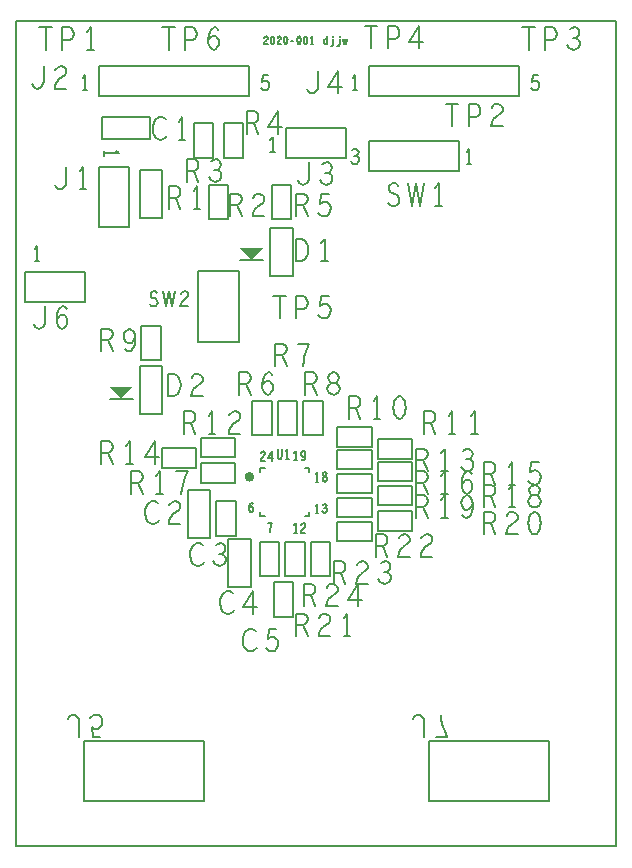
<source format=gto>
G04 ================== begin FILE IDENTIFICATION RECORD ==================*
G04 Layout Name:  touchcontroller.brd*
G04 Film Name:    DJJW_SSTOP*
G04 File Format:  Gerber RS274X*
G04 File Origin:  Cadence Allegro -unreleased*
G04 Origin Date:  Sun Feb 16 15:49:09 2020*
G04 *
G04 Layer:  BOARD GEOMETRY/SILKSCREEN_TOP*
G04 Layer:  REF DES/SILKSCREEN_BOTTOM*
G04 Layer:  PACKAGE GEOMETRY/SILKSCREEN_BOTTOM*
G04 Layer:  PACKAGE GEOMETRY/SILKSCREEN_TOP*
G04 Layer:  REF DES/SILKSCREEN_TOP*
G04 Layer:  BOARD GEOMETRY/DESIGN_OUTLINE*
G04 Layer:  BOARD GEOMETRY/CUTOUT*
G04 *
G04 Offset:    (0.00 0.00)*
G04 Mirror:    No*
G04 Mode:      Positive*
G04 Rotation:  0*
G04 FullContactRelief:  No*
G04 UndefLineWidth:     7.00*
G04 ================== end FILE IDENTIFICATION RECORD ====================*
%FSLAX25Y25*MOIN*%
%IR0*IPPOS*OFA0.00000B0.00000*MIA0B0*SFA1.00000B1.00000*%
%ADD10C,.01575*%
%ADD11C,.005*%
%ADD12C,.007*%
%ADD13C,.006*%
%ADD14C,.008*%
%ADD15C,.00591*%
%ADD16C,.00787*%
G75*
%LPD*%
G75*
G36*
G01X621172Y850680D02*
X628841D01*
X628871Y850710D01*
Y850679D01*
X625083Y846891D01*
X624961D01*
X621172Y850680D01*
G37*
G36*
G01X664572Y896780D02*
X672241D01*
X672271Y896810D01*
Y896779D01*
X668483Y892991D01*
X668361D01*
X664572Y896780D01*
G37*
G54D10*
G01X668531Y820624D02*
G03I-788J0D01*
G54D11*
G01X621200Y846700D02*
X628900D01*
G01X650610Y865689D02*
Y889311D01*
X664390D01*
Y865689D01*
X650610D01*
G01X664600Y892800D02*
X672300D01*
G54D12*
G01X590000Y697500D02*
Y972500D01*
X790000D01*
Y697500D01*
X590000D01*
G01X595933Y871500D02*
X596400Y870750D01*
X596960Y870250D01*
X597613Y870000D01*
X598360Y870250D01*
X598920Y870750D01*
X599480Y871500D01*
X599667Y872500D01*
Y877500D01*
G01X603527Y873125D02*
X604180Y874000D01*
X604740Y874500D01*
X605487Y874750D01*
X606140Y874500D01*
X606607Y874000D01*
X606980Y873250D01*
X607073Y872375D01*
X606980Y871625D01*
X606607Y870875D01*
X606047Y870250D01*
X605393Y870000D01*
X604647Y870250D01*
X603993Y871000D01*
X603620Y872125D01*
X603527Y873375D01*
X603713Y875000D01*
X603993Y875875D01*
X604460Y876750D01*
X605113Y877375D01*
X605767Y877500D01*
X606420Y877250D01*
X606887Y876625D01*
G01X596900Y892500D02*
Y897500D01*
X596140Y896500D01*
G01Y892500D02*
X597660D01*
G01X595433Y951500D02*
X595900Y950750D01*
X596460Y950250D01*
X597113Y950000D01*
X597860Y950250D01*
X598420Y950750D01*
X598980Y951500D01*
X599167Y952500D01*
Y957500D01*
G01X603027Y956250D02*
X603587Y957000D01*
X604240Y957375D01*
X604987Y957500D01*
X605920Y957250D01*
X606573Y956625D01*
X606760Y955875D01*
X606667Y955125D01*
X606293Y954500D01*
X604427Y953250D01*
X603587Y952375D01*
X603027Y951125D01*
X602840Y950000D01*
X606760D01*
G01X599800Y970500D02*
Y963000D01*
G01X597653Y970500D02*
X601947D01*
G01X605433Y963000D02*
Y970500D01*
X607673D01*
X608420Y970125D01*
X608980Y969250D01*
X609167Y968250D01*
X608980Y967250D01*
X608513Y966500D01*
X607673Y966125D01*
X605433D01*
G01X614800Y963000D02*
Y970500D01*
X613680Y969000D01*
G01Y963000D02*
X615920D01*
G01X607323Y739900D02*
X607790Y740650D01*
X608350Y741150D01*
X609003Y741400D01*
X609750Y741150D01*
X610310Y740650D01*
X610870Y739900D01*
X611057Y738900D01*
Y733900D01*
G01X614637Y740275D02*
X615197Y740900D01*
X615850Y741275D01*
X616690Y741400D01*
X617530Y741150D01*
X618183Y740650D01*
X618650Y739775D01*
X618743Y738775D01*
X618557Y737775D01*
X618090Y737150D01*
X617437Y736650D01*
X616783Y736525D01*
X616130Y736650D01*
X615290Y737150D01*
X615570Y733900D01*
X618090D01*
G01X628433Y815000D02*
Y822500D01*
X630767D01*
X631513Y822125D01*
X631980Y821625D01*
X632167Y820625D01*
X631980Y819625D01*
X631420Y819000D01*
X630767Y818625D01*
X628433D01*
G01X630767D02*
X632167Y815000D01*
G01X637800D02*
Y822500D01*
X636680Y821000D01*
G01Y815000D02*
X638920D01*
G01X645113D02*
X645300Y816625D01*
X645580Y818000D01*
X645953Y819250D01*
X646420Y820625D01*
X647167Y822500D01*
X643433D01*
G01X618433Y825000D02*
Y832500D01*
X620767D01*
X621513Y832125D01*
X621980Y831625D01*
X622167Y830625D01*
X621980Y829625D01*
X621420Y829000D01*
X620767Y828625D01*
X618433D01*
G01X620767D02*
X622167Y825000D01*
G01X627800D02*
Y832500D01*
X626680Y831000D01*
G01Y825000D02*
X628920D01*
G01X636420D02*
Y832500D01*
X632967Y827125D01*
X637633D01*
G01X618433Y862500D02*
Y870000D01*
X620767D01*
X621513Y869625D01*
X621980Y869125D01*
X622167Y868125D01*
X621980Y867125D01*
X621420Y866500D01*
X620767Y866125D01*
X618433D01*
G01X620767D02*
X622167Y862500D01*
G01X626213Y863375D02*
X626867Y862750D01*
X627613Y862500D01*
X628360Y862750D01*
X629013Y863500D01*
X629480Y864625D01*
X629667Y865750D01*
Y867125D01*
X629480Y868250D01*
X629013Y869250D01*
X628453Y869750D01*
X627800Y870000D01*
X627053Y869750D01*
X626493Y869250D01*
X626120Y868500D01*
X625933Y867500D01*
X626120Y866625D01*
X626587Y865750D01*
X627147Y865250D01*
X627800Y865125D01*
X628547Y865375D01*
X629107Y866000D01*
X629667Y867125D01*
G01X602933Y918000D02*
X603400Y917250D01*
X603960Y916750D01*
X604613Y916500D01*
X605360Y916750D01*
X605920Y917250D01*
X606480Y918000D01*
X606667Y919000D01*
Y924000D01*
G01X612300Y916500D02*
Y924000D01*
X611180Y922500D01*
G01Y916500D02*
X613420D01*
G01X619440Y928490D02*
X624440D01*
X623440Y929250D01*
G01X619440D02*
Y927730D01*
G01X613010Y949440D02*
Y954440D01*
X612250Y953440D01*
G01Y949440D02*
X613770D01*
G01X662353Y781875D02*
X661793Y782250D01*
X661140Y782500D01*
X660393D01*
X659553Y782125D01*
X658900Y781500D01*
X658433Y780750D01*
X658060Y779500D01*
X657967Y778375D01*
X658153Y777250D01*
X658433Y776500D01*
X658993Y775750D01*
X659647Y775250D01*
X660300Y775000D01*
X660953D01*
X661607Y775250D01*
X662167Y775625D01*
X662633Y776125D01*
G01X668920Y775000D02*
Y782500D01*
X665467Y777125D01*
X670133D01*
G01X637353Y811875D02*
X636793Y812250D01*
X636140Y812500D01*
X635393D01*
X634553Y812125D01*
X633900Y811500D01*
X633433Y810750D01*
X633060Y809500D01*
X632967Y808375D01*
X633153Y807250D01*
X633433Y806500D01*
X633993Y805750D01*
X634647Y805250D01*
X635300Y805000D01*
X635953D01*
X636607Y805250D01*
X637167Y805625D01*
X637633Y806125D01*
G01X641027Y811250D02*
X641587Y812000D01*
X642240Y812375D01*
X642987Y812500D01*
X643920Y812250D01*
X644573Y811625D01*
X644760Y810875D01*
X644667Y810125D01*
X644293Y809500D01*
X642427Y808250D01*
X641587Y807375D01*
X641027Y806125D01*
X640840Y805000D01*
X644760D01*
G01X652353Y797875D02*
X651793Y798250D01*
X651140Y798500D01*
X650393D01*
X649553Y798125D01*
X648900Y797500D01*
X648433Y796750D01*
X648060Y795500D01*
X647967Y794375D01*
X648153Y793250D01*
X648433Y792500D01*
X648993Y791750D01*
X649647Y791250D01*
X650300Y791000D01*
X650953D01*
X651607Y791250D01*
X652167Y791625D01*
X652633Y792125D01*
G01X655747Y792500D02*
X656307Y791625D01*
X657053Y791125D01*
X657893Y791000D01*
X658640Y791125D01*
X659387Y791750D01*
X659853Y792500D01*
X659947Y793250D01*
X659760Y794125D01*
X659107Y794750D01*
X658453Y795000D01*
X657613D01*
G01X658453D02*
X659013Y795375D01*
X659480Y796000D01*
X659667Y796750D01*
X659480Y797500D01*
X659013Y798125D01*
X658173Y798500D01*
X657333Y798375D01*
X656493Y797875D01*
G01X645933Y835000D02*
Y842500D01*
X648267D01*
X649013Y842125D01*
X649480Y841625D01*
X649667Y840625D01*
X649480Y839625D01*
X648920Y839000D01*
X648267Y838625D01*
X645933D01*
G01X648267D02*
X649667Y835000D01*
G01X655300D02*
Y842500D01*
X654180Y841000D01*
G01Y835000D02*
X656420D01*
G01X661027Y841250D02*
X661587Y842000D01*
X662240Y842375D01*
X662987Y842500D01*
X663920Y842250D01*
X664573Y841625D01*
X664760Y840875D01*
X664667Y840125D01*
X664293Y839500D01*
X662427Y838250D01*
X661587Y837375D01*
X661027Y836125D01*
X660840Y835000D01*
X664760D01*
G01X640747Y847500D02*
Y855000D01*
X642613D01*
X643360Y854625D01*
X643920Y854125D01*
X644387Y853375D01*
X644760Y852500D01*
X644853Y851250D01*
X644760Y850000D01*
X644387Y849125D01*
X643920Y848375D01*
X643360Y847875D01*
X642613Y847500D01*
X640747D01*
G01X648527Y853750D02*
X649087Y854500D01*
X649740Y854875D01*
X650487Y855000D01*
X651420Y854750D01*
X652073Y854125D01*
X652260Y853375D01*
X652167Y852625D01*
X651793Y852000D01*
X649927Y850750D01*
X649087Y849875D01*
X648527Y848625D01*
X648340Y847500D01*
X652260D01*
G01X634570Y878167D02*
X635077Y877750D01*
X635647Y877500D01*
X636153D01*
X636660Y877750D01*
X637040Y878167D01*
X637230Y878750D01*
X637103Y879333D01*
X636787Y879833D01*
X636217Y880167D01*
X635457Y880333D01*
X635013Y880667D01*
X634823Y881250D01*
X634950Y881833D01*
X635267Y882250D01*
X635710Y882500D01*
X636153D01*
X636597Y882333D01*
X636977Y881917D01*
G01X639100Y882500D02*
X639987Y877500D01*
X641000Y882500D01*
X642013Y877500D01*
X642900Y882500D01*
G01X644897Y881667D02*
X645277Y882167D01*
X645720Y882417D01*
X646227Y882500D01*
X646860Y882333D01*
X647303Y881917D01*
X647430Y881417D01*
X647367Y880917D01*
X647113Y880500D01*
X645847Y879667D01*
X645277Y879083D01*
X644897Y878250D01*
X644770Y877500D01*
X647430D01*
G01X640933Y910000D02*
Y917500D01*
X643267D01*
X644013Y917125D01*
X644480Y916625D01*
X644667Y915625D01*
X644480Y914625D01*
X643920Y914000D01*
X643267Y913625D01*
X640933D01*
G01X643267D02*
X644667Y910000D01*
G01X650300D02*
Y917500D01*
X649180Y916000D01*
G01Y910000D02*
X651420D01*
G01X646933Y919000D02*
Y926500D01*
X649267D01*
X650013Y926125D01*
X650480Y925625D01*
X650667Y924625D01*
X650480Y923625D01*
X649920Y923000D01*
X649267Y922625D01*
X646933D01*
G01X649267D02*
X650667Y919000D01*
G01X654247Y920500D02*
X654807Y919625D01*
X655553Y919125D01*
X656393Y919000D01*
X657140Y919125D01*
X657887Y919750D01*
X658353Y920500D01*
X658447Y921250D01*
X658260Y922125D01*
X657607Y922750D01*
X656953Y923000D01*
X656113D01*
G01X656953D02*
X657513Y923375D01*
X657980Y924000D01*
X658167Y924750D01*
X657980Y925500D01*
X657513Y926125D01*
X656673Y926500D01*
X655833Y926375D01*
X654993Y925875D01*
G01X639853Y939875D02*
X639293Y940250D01*
X638640Y940500D01*
X637893D01*
X637053Y940125D01*
X636400Y939500D01*
X635933Y938750D01*
X635560Y937500D01*
X635467Y936375D01*
X635653Y935250D01*
X635933Y934500D01*
X636493Y933750D01*
X637147Y933250D01*
X637800Y933000D01*
X638453D01*
X639107Y933250D01*
X639667Y933625D01*
X640133Y934125D01*
G01X645300Y933000D02*
Y940500D01*
X644180Y939000D01*
G01Y933000D02*
X646420D01*
G01X640800Y970500D02*
Y963000D01*
G01X638653Y970500D02*
X642947D01*
G01X646433Y963000D02*
Y970500D01*
X648673D01*
X649420Y970125D01*
X649980Y969250D01*
X650167Y968250D01*
X649980Y967250D01*
X649513Y966500D01*
X648673Y966125D01*
X646433D01*
G01X654027D02*
X654680Y967000D01*
X655240Y967500D01*
X655987Y967750D01*
X656640Y967500D01*
X657107Y967000D01*
X657480Y966250D01*
X657573Y965375D01*
X657480Y964625D01*
X657107Y963875D01*
X656547Y963250D01*
X655893Y963000D01*
X655147Y963250D01*
X654493Y964000D01*
X654120Y965125D01*
X654027Y966375D01*
X654213Y968000D01*
X654493Y968875D01*
X654960Y969750D01*
X655613Y970375D01*
X656267Y970500D01*
X656920Y970250D01*
X657387Y969625D01*
G01X669853Y769375D02*
X669293Y769750D01*
X668640Y770000D01*
X667893D01*
X667053Y769625D01*
X666400Y769000D01*
X665933Y768250D01*
X665560Y767000D01*
X665467Y765875D01*
X665653Y764750D01*
X665933Y764000D01*
X666493Y763250D01*
X667147Y762750D01*
X667800Y762500D01*
X668453D01*
X669107Y762750D01*
X669667Y763125D01*
X670133Y763625D01*
G01X673247D02*
X673807Y763000D01*
X674460Y762625D01*
X675300Y762500D01*
X676140Y762750D01*
X676793Y763250D01*
X677260Y764125D01*
X677353Y765125D01*
X677167Y766125D01*
X676700Y766750D01*
X676047Y767250D01*
X675393Y767375D01*
X674740Y767250D01*
X673900Y766750D01*
X674180Y770000D01*
X676700D01*
G01X683433Y767500D02*
Y775000D01*
X685767D01*
X686513Y774625D01*
X686980Y774125D01*
X687167Y773125D01*
X686980Y772125D01*
X686420Y771500D01*
X685767Y771125D01*
X683433D01*
G01X685767D02*
X687167Y767500D01*
G01X691027Y773750D02*
X691587Y774500D01*
X692240Y774875D01*
X692987Y775000D01*
X693920Y774750D01*
X694573Y774125D01*
X694760Y773375D01*
X694667Y772625D01*
X694293Y772000D01*
X692427Y770750D01*
X691587Y769875D01*
X691027Y768625D01*
X690840Y767500D01*
X694760D01*
G01X700300D02*
Y775000D01*
X699180Y773500D01*
G01Y767500D02*
X701420D01*
G01X685933Y777500D02*
Y785000D01*
X688267D01*
X689013Y784625D01*
X689480Y784125D01*
X689667Y783125D01*
X689480Y782125D01*
X688920Y781500D01*
X688267Y781125D01*
X685933D01*
G01X688267D02*
X689667Y777500D01*
G01X693527Y783750D02*
X694087Y784500D01*
X694740Y784875D01*
X695487Y785000D01*
X696420Y784750D01*
X697073Y784125D01*
X697260Y783375D01*
X697167Y782625D01*
X696793Y782000D01*
X694927Y780750D01*
X694087Y779875D01*
X693527Y778625D01*
X693340Y777500D01*
X697260D01*
G01X703920D02*
Y785000D01*
X700467Y779625D01*
X705133D01*
G01X686433Y848000D02*
Y855500D01*
X688767D01*
X689513Y855125D01*
X689980Y854625D01*
X690167Y853625D01*
X689980Y852625D01*
X689420Y852000D01*
X688767Y851625D01*
X686433D01*
G01X688767D02*
X690167Y848000D01*
G01X695800D02*
X696453Y848125D01*
X697200Y848500D01*
X697667Y849125D01*
X697853Y850000D01*
X697667Y850875D01*
X697107Y851625D01*
X696267Y852000D01*
X695333D01*
X694773Y852250D01*
X694307Y852875D01*
X694120Y853750D01*
X694400Y854625D01*
X695053Y855250D01*
X695800Y855500D01*
X696547Y855250D01*
X697200Y854625D01*
X697480Y853750D01*
X697293Y852875D01*
X696827Y852250D01*
X696267Y852000D01*
X695333D01*
X694493Y851625D01*
X693933Y850875D01*
X693747Y850000D01*
X693933Y849125D01*
X694400Y848500D01*
X695147Y848125D01*
X695800Y848000D01*
G01X676433Y857500D02*
Y865000D01*
X678767D01*
X679513Y864625D01*
X679980Y864125D01*
X680167Y863125D01*
X679980Y862125D01*
X679420Y861500D01*
X678767Y861125D01*
X676433D01*
G01X678767D02*
X680167Y857500D01*
G01X685613D02*
X685800Y859125D01*
X686080Y860500D01*
X686453Y861750D01*
X686920Y863125D01*
X687667Y865000D01*
X683933D01*
G01X664433Y848000D02*
Y855500D01*
X666767D01*
X667513Y855125D01*
X667980Y854625D01*
X668167Y853625D01*
X667980Y852625D01*
X667420Y852000D01*
X666767Y851625D01*
X664433D01*
G01X666767D02*
X668167Y848000D01*
G01X672027Y851125D02*
X672680Y852000D01*
X673240Y852500D01*
X673987Y852750D01*
X674640Y852500D01*
X675107Y852000D01*
X675480Y851250D01*
X675573Y850375D01*
X675480Y849625D01*
X675107Y848875D01*
X674547Y848250D01*
X673893Y848000D01*
X673147Y848250D01*
X672493Y849000D01*
X672120Y850125D01*
X672027Y851375D01*
X672213Y853000D01*
X672493Y853875D01*
X672960Y854750D01*
X673613Y855375D01*
X674267Y855500D01*
X674920Y855250D01*
X675387Y854625D01*
G01X683247Y892500D02*
Y900000D01*
X685113D01*
X685860Y899625D01*
X686420Y899125D01*
X686887Y898375D01*
X687260Y897500D01*
X687353Y896250D01*
X687260Y895000D01*
X686887Y894125D01*
X686420Y893375D01*
X685860Y892875D01*
X685113Y892500D01*
X683247D01*
G01X692800D02*
Y900000D01*
X691680Y898500D01*
G01Y892500D02*
X693920D01*
G01X677800Y881000D02*
Y873500D01*
G01X675653Y881000D02*
X679947D01*
G01X683433Y873500D02*
Y881000D01*
X685673D01*
X686420Y880625D01*
X686980Y879750D01*
X687167Y878750D01*
X686980Y877750D01*
X686513Y877000D01*
X685673Y876625D01*
X683433D01*
G01X690747Y874625D02*
X691307Y874000D01*
X691960Y873625D01*
X692800Y873500D01*
X693640Y873750D01*
X694293Y874250D01*
X694760Y875125D01*
X694853Y876125D01*
X694667Y877125D01*
X694200Y877750D01*
X693547Y878250D01*
X692893Y878375D01*
X692240Y878250D01*
X691400Y877750D01*
X691680Y881000D01*
X694200D01*
G01X683933Y919500D02*
X684400Y918750D01*
X684960Y918250D01*
X685613Y918000D01*
X686360Y918250D01*
X686920Y918750D01*
X687480Y919500D01*
X687667Y920500D01*
Y925500D01*
G01X691247Y919500D02*
X691807Y918625D01*
X692553Y918125D01*
X693393Y918000D01*
X694140Y918125D01*
X694887Y918750D01*
X695353Y919500D01*
X695447Y920250D01*
X695260Y921125D01*
X694607Y921750D01*
X693953Y922000D01*
X693113D01*
G01X693953D02*
X694513Y922375D01*
X694980Y923000D01*
X695167Y923750D01*
X694980Y924500D01*
X694513Y925125D01*
X693673Y925500D01*
X692833Y925375D01*
X691993Y924875D01*
G01X675510Y928940D02*
Y933940D01*
X674750Y932940D01*
G01Y928940D02*
X676270D01*
G01X661433Y907500D02*
Y915000D01*
X663767D01*
X664513Y914625D01*
X664980Y914125D01*
X665167Y913125D01*
X664980Y912125D01*
X664420Y911500D01*
X663767Y911125D01*
X661433D01*
G01X663767D02*
X665167Y907500D01*
G01X669027Y913750D02*
X669587Y914500D01*
X670240Y914875D01*
X670987Y915000D01*
X671920Y914750D01*
X672573Y914125D01*
X672760Y913375D01*
X672667Y912625D01*
X672293Y912000D01*
X670427Y910750D01*
X669587Y909875D01*
X669027Y908625D01*
X668840Y907500D01*
X672760D01*
G01X683433D02*
Y915000D01*
X685767D01*
X686513Y914625D01*
X686980Y914125D01*
X687167Y913125D01*
X686980Y912125D01*
X686420Y911500D01*
X685767Y911125D01*
X683433D01*
G01X685767D02*
X687167Y907500D01*
G01X690747Y908625D02*
X691307Y908000D01*
X691960Y907625D01*
X692800Y907500D01*
X693640Y907750D01*
X694293Y908250D01*
X694760Y909125D01*
X694853Y910125D01*
X694667Y911125D01*
X694200Y911750D01*
X693547Y912250D01*
X692893Y912375D01*
X692240Y912250D01*
X691400Y911750D01*
X691680Y915000D01*
X694200D01*
G01X671617Y950190D02*
X671997Y949773D01*
X672440Y949523D01*
X673010Y949440D01*
X673580Y949607D01*
X674023Y949940D01*
X674340Y950523D01*
X674403Y951190D01*
X674277Y951857D01*
X673960Y952273D01*
X673517Y952607D01*
X673073Y952690D01*
X672630Y952607D01*
X672060Y952273D01*
X672250Y954440D01*
X673960D01*
G01X686933Y950000D02*
X687400Y949250D01*
X687960Y948750D01*
X688613Y948500D01*
X689360Y948750D01*
X689920Y949250D01*
X690480Y950000D01*
X690667Y951000D01*
Y956000D01*
G01X697420Y948500D02*
Y956000D01*
X693967Y950625D01*
X698633D01*
G01X666933Y935000D02*
Y942500D01*
X669267D01*
X670013Y942125D01*
X670480Y941625D01*
X670667Y940625D01*
X670480Y939625D01*
X669920Y939000D01*
X669267Y938625D01*
X666933D01*
G01X669267D02*
X670667Y935000D01*
G01X677420D02*
Y942500D01*
X673967Y937125D01*
X678633D01*
G01X672793Y967083D02*
X672953Y967333D01*
X673140Y967458D01*
X673353Y967500D01*
X673620Y967417D01*
X673807Y967208D01*
X673860Y966958D01*
X673833Y966708D01*
X673727Y966500D01*
X673193Y966083D01*
X672953Y965792D01*
X672793Y965375D01*
X672740Y965000D01*
X673860D01*
G01X675500Y967500D02*
X675287Y967417D01*
X675127Y967208D01*
X675020Y966958D01*
X674940Y966625D01*
X674913Y966250D01*
X674940Y965875D01*
X675020Y965542D01*
X675127Y965292D01*
X675287Y965083D01*
X675500Y965000D01*
X675713Y965083D01*
X675873Y965292D01*
X675980Y965542D01*
X676060Y965875D01*
X676087Y966250D01*
X676060Y966625D01*
X675980Y966958D01*
X675873Y967208D01*
X675713Y967417D01*
X675500Y967500D01*
G01X677193Y967083D02*
X677353Y967333D01*
X677540Y967458D01*
X677753Y967500D01*
X678020Y967417D01*
X678207Y967208D01*
X678260Y966958D01*
X678233Y966708D01*
X678127Y966500D01*
X677593Y966083D01*
X677353Y965792D01*
X677193Y965375D01*
X677140Y965000D01*
X678260D01*
G01X679900Y967500D02*
X679687Y967417D01*
X679527Y967208D01*
X679420Y966958D01*
X679340Y966625D01*
X679313Y966250D01*
X679340Y965875D01*
X679420Y965542D01*
X679527Y965292D01*
X679687Y965083D01*
X679900Y965000D01*
X680113Y965083D01*
X680273Y965292D01*
X680380Y965542D01*
X680460Y965875D01*
X680487Y966250D01*
X680460Y966625D01*
X680380Y966958D01*
X680273Y967208D01*
X680113Y967417D01*
X679900Y967500D01*
G01X681753Y965833D02*
X682447D01*
G01X684300Y967500D02*
X684087Y967417D01*
X683927Y967208D01*
X683820Y966958D01*
X683740Y966625D01*
X683713Y966250D01*
X683740Y965875D01*
X683820Y965542D01*
X683927Y965292D01*
X684087Y965083D01*
X684300Y965000D01*
X684513Y965083D01*
X684673Y965292D01*
X684780Y965542D01*
X684860Y965875D01*
X684887Y966250D01*
X684860Y966625D01*
X684780Y966958D01*
X684673Y967208D01*
X684513Y967417D01*
X684300Y967500D01*
G01X686500D02*
X686287Y967417D01*
X686127Y967208D01*
X686020Y966958D01*
X685940Y966625D01*
X685913Y966250D01*
X685940Y965875D01*
X686020Y965542D01*
X686127Y965292D01*
X686287Y965083D01*
X686500Y965000D01*
X686713Y965083D01*
X686873Y965292D01*
X686980Y965542D01*
X687060Y965875D01*
X687087Y966250D01*
X687060Y966625D01*
X686980Y966958D01*
X686873Y967208D01*
X686713Y967417D01*
X686500Y967500D01*
G01X688700Y965000D02*
Y967500D01*
X688380Y967000D01*
G01Y965000D02*
X689020D01*
G01X693580Y967500D02*
Y965000D01*
G01Y965375D02*
X693473Y965167D01*
X693313Y965042D01*
X693127Y965000D01*
X692913Y965083D01*
X692753Y965292D01*
X692647Y965542D01*
X692620Y965833D01*
X692647Y966125D01*
X692753Y966375D01*
X692913Y966583D01*
X693127Y966667D01*
X693313Y966625D01*
X693447Y966542D01*
X693580Y966375D01*
G01X694873Y964375D02*
X695060Y964208D01*
X695220Y964167D01*
X695433Y964250D01*
X695593Y964458D01*
X695673Y964833D01*
Y966667D01*
G01Y967333D02*
X695620Y967375D01*
Y967458D01*
X695673Y967500D01*
X695727Y967458D01*
Y967375D01*
X695673Y967333D01*
G01X697073Y964375D02*
X697260Y964208D01*
X697420Y964167D01*
X697633Y964250D01*
X697793Y964458D01*
X697873Y964833D01*
Y966667D01*
G01Y967333D02*
X697820Y967375D01*
Y967458D01*
X697873Y967500D01*
X697927Y967458D01*
Y967375D01*
X697873Y967333D01*
G01X699033Y966667D02*
X699353Y965000D01*
X699700Y966667D01*
X700047Y965000D01*
X700367Y966667D01*
G01X695933Y785000D02*
Y792500D01*
X698267D01*
X699013Y792125D01*
X699480Y791625D01*
X699667Y790625D01*
X699480Y789625D01*
X698920Y789000D01*
X698267Y788625D01*
X695933D01*
G01X698267D02*
X699667Y785000D01*
G01X703527Y791250D02*
X704087Y792000D01*
X704740Y792375D01*
X705487Y792500D01*
X706420Y792250D01*
X707073Y791625D01*
X707260Y790875D01*
X707167Y790125D01*
X706793Y789500D01*
X704927Y788250D01*
X704087Y787375D01*
X703527Y786125D01*
X703340Y785000D01*
X707260D01*
G01X710747Y786500D02*
X711307Y785625D01*
X712053Y785125D01*
X712893Y785000D01*
X713640Y785125D01*
X714387Y785750D01*
X714853Y786500D01*
X714947Y787250D01*
X714760Y788125D01*
X714107Y788750D01*
X713453Y789000D01*
X712613D01*
G01X713453D02*
X714013Y789375D01*
X714480Y790000D01*
X714667Y790750D01*
X714480Y791500D01*
X714013Y792125D01*
X713173Y792500D01*
X712333Y792375D01*
X711493Y791875D01*
G01X709933Y794000D02*
Y801500D01*
X712267D01*
X713013Y801125D01*
X713480Y800625D01*
X713667Y799625D01*
X713480Y798625D01*
X712920Y798000D01*
X712267Y797625D01*
X709933D01*
G01X712267D02*
X713667Y794000D01*
G01X717527Y800250D02*
X718087Y801000D01*
X718740Y801375D01*
X719487Y801500D01*
X720420Y801250D01*
X721073Y800625D01*
X721260Y799875D01*
X721167Y799125D01*
X720793Y798500D01*
X718927Y797250D01*
X718087Y796375D01*
X717527Y795125D01*
X717340Y794000D01*
X721260D01*
G01X725027Y800250D02*
X725587Y801000D01*
X726240Y801375D01*
X726987Y801500D01*
X727920Y801250D01*
X728573Y800625D01*
X728760Y799875D01*
X728667Y799125D01*
X728293Y798500D01*
X726427Y797250D01*
X725587Y796375D01*
X725027Y795125D01*
X724840Y794000D01*
X728760D01*
G01X700933Y840000D02*
Y847500D01*
X703267D01*
X704013Y847125D01*
X704480Y846625D01*
X704667Y845625D01*
X704480Y844625D01*
X703920Y844000D01*
X703267Y843625D01*
X700933D01*
G01X703267D02*
X704667Y840000D01*
G01X710300D02*
Y847500D01*
X709180Y846000D01*
G01Y840000D02*
X711420D01*
G01X717800Y847500D02*
X717053Y847250D01*
X716493Y846625D01*
X716120Y845875D01*
X715840Y844875D01*
X715747Y843750D01*
X715840Y842625D01*
X716120Y841625D01*
X716493Y840875D01*
X717053Y840250D01*
X717800Y840000D01*
X718547Y840250D01*
X719107Y840875D01*
X719480Y841625D01*
X719760Y842625D01*
X719853Y843750D01*
X719760Y844875D01*
X719480Y845875D01*
X719107Y846625D01*
X718547Y847250D01*
X717800Y847500D01*
G01X713840Y912000D02*
X714587Y911375D01*
X715427Y911000D01*
X716173D01*
X716920Y911375D01*
X717480Y912000D01*
X717760Y912875D01*
X717573Y913750D01*
X717107Y914500D01*
X716267Y915000D01*
X715147Y915250D01*
X714493Y915750D01*
X714213Y916625D01*
X714400Y917500D01*
X714867Y918125D01*
X715520Y918500D01*
X716173D01*
X716827Y918250D01*
X717387Y917625D01*
G01X720500Y918500D02*
X721807Y911000D01*
X723300Y918500D01*
X724793Y911000D01*
X726100Y918500D01*
G01X730800Y911000D02*
Y918500D01*
X729680Y917000D01*
G01Y911000D02*
X731920D01*
G01X701507Y926000D02*
X701887Y925417D01*
X702393Y925083D01*
X702963Y925000D01*
X703470Y925083D01*
X703977Y925500D01*
X704293Y926000D01*
X704357Y926500D01*
X704230Y927083D01*
X703787Y927500D01*
X703343Y927667D01*
X702773D01*
G01X703343D02*
X703723Y927917D01*
X704040Y928333D01*
X704167Y928833D01*
X704040Y929333D01*
X703723Y929750D01*
X703153Y930000D01*
X702583Y929917D01*
X702013Y929583D01*
G01X703010Y949440D02*
Y954440D01*
X702250Y953440D01*
G01Y949440D02*
X703770D01*
G01X708300Y971000D02*
Y963500D01*
G01X706153Y971000D02*
X710447D01*
G01X713933Y963500D02*
Y971000D01*
X716173D01*
X716920Y970625D01*
X717480Y969750D01*
X717667Y968750D01*
X717480Y967750D01*
X717013Y967000D01*
X716173Y966625D01*
X713933D01*
G01X724420Y963500D02*
Y971000D01*
X720967Y965625D01*
X725633D01*
G01X722323Y739900D02*
X722790Y740650D01*
X723350Y741150D01*
X724003Y741400D01*
X724750Y741150D01*
X725310Y740650D01*
X725870Y739900D01*
X726057Y738900D01*
Y733900D01*
G01X731503Y741400D02*
X731690Y739775D01*
X731970Y738400D01*
X732343Y737150D01*
X732810Y735775D01*
X733557Y733900D01*
X729823D01*
G01X745933Y801500D02*
Y809000D01*
X748267D01*
X749013Y808625D01*
X749480Y808125D01*
X749667Y807125D01*
X749480Y806125D01*
X748920Y805500D01*
X748267Y805125D01*
X745933D01*
G01X748267D02*
X749667Y801500D01*
G01X753527Y807750D02*
X754087Y808500D01*
X754740Y808875D01*
X755487Y809000D01*
X756420Y808750D01*
X757073Y808125D01*
X757260Y807375D01*
X757167Y806625D01*
X756793Y806000D01*
X754927Y804750D01*
X754087Y803875D01*
X753527Y802625D01*
X753340Y801500D01*
X757260D01*
G01X762800Y809000D02*
X762053Y808750D01*
X761493Y808125D01*
X761120Y807375D01*
X760840Y806375D01*
X760747Y805250D01*
X760840Y804125D01*
X761120Y803125D01*
X761493Y802375D01*
X762053Y801750D01*
X762800Y801500D01*
X763547Y801750D01*
X764107Y802375D01*
X764480Y803125D01*
X764760Y804125D01*
X764853Y805250D01*
X764760Y806375D01*
X764480Y807375D01*
X764107Y808125D01*
X763547Y808750D01*
X762800Y809000D01*
G01X723433Y807000D02*
Y814500D01*
X725767D01*
X726513Y814125D01*
X726980Y813625D01*
X727167Y812625D01*
X726980Y811625D01*
X726420Y811000D01*
X725767Y810625D01*
X723433D01*
G01X725767D02*
X727167Y807000D01*
G01X732800D02*
Y814500D01*
X731680Y813000D01*
G01Y807000D02*
X733920D01*
G01X738713Y807875D02*
X739367Y807250D01*
X740113Y807000D01*
X740860Y807250D01*
X741513Y808000D01*
X741980Y809125D01*
X742167Y810250D01*
Y811625D01*
X741980Y812750D01*
X741513Y813750D01*
X740953Y814250D01*
X740300Y814500D01*
X739553Y814250D01*
X738993Y813750D01*
X738620Y813000D01*
X738433Y812000D01*
X738620Y811125D01*
X739087Y810250D01*
X739647Y809750D01*
X740300Y809625D01*
X741047Y809875D01*
X741607Y810500D01*
X742167Y811625D01*
G01X745933Y810500D02*
Y818000D01*
X748267D01*
X749013Y817625D01*
X749480Y817125D01*
X749667Y816125D01*
X749480Y815125D01*
X748920Y814500D01*
X748267Y814125D01*
X745933D01*
G01X748267D02*
X749667Y810500D01*
G01X755300D02*
Y818000D01*
X754180Y816500D01*
G01Y810500D02*
X756420D01*
G01X762800D02*
X763453Y810625D01*
X764200Y811000D01*
X764667Y811625D01*
X764853Y812500D01*
X764667Y813375D01*
X764107Y814125D01*
X763267Y814500D01*
X762333D01*
X761773Y814750D01*
X761307Y815375D01*
X761120Y816250D01*
X761400Y817125D01*
X762053Y817750D01*
X762800Y818000D01*
X763547Y817750D01*
X764200Y817125D01*
X764480Y816250D01*
X764293Y815375D01*
X763827Y814750D01*
X763267Y814500D01*
X762333D01*
X761493Y814125D01*
X760933Y813375D01*
X760747Y812500D01*
X760933Y811625D01*
X761400Y811000D01*
X762147Y810625D01*
X762800Y810500D01*
G01X725933Y835000D02*
Y842500D01*
X728267D01*
X729013Y842125D01*
X729480Y841625D01*
X729667Y840625D01*
X729480Y839625D01*
X728920Y839000D01*
X728267Y838625D01*
X725933D01*
G01X728267D02*
X729667Y835000D01*
G01X735300D02*
Y842500D01*
X734180Y841000D01*
G01Y835000D02*
X736420D01*
G01X742800D02*
Y842500D01*
X741680Y841000D01*
G01Y835000D02*
X743920D01*
G01X723433Y815000D02*
Y822500D01*
X725767D01*
X726513Y822125D01*
X726980Y821625D01*
X727167Y820625D01*
X726980Y819625D01*
X726420Y819000D01*
X725767Y818625D01*
X723433D01*
G01X725767D02*
X727167Y815000D01*
G01X732800D02*
Y822500D01*
X731680Y821000D01*
G01Y815000D02*
X733920D01*
G01X738527Y818125D02*
X739180Y819000D01*
X739740Y819500D01*
X740487Y819750D01*
X741140Y819500D01*
X741607Y819000D01*
X741980Y818250D01*
X742073Y817375D01*
X741980Y816625D01*
X741607Y815875D01*
X741047Y815250D01*
X740393Y815000D01*
X739647Y815250D01*
X738993Y816000D01*
X738620Y817125D01*
X738527Y818375D01*
X738713Y820000D01*
X738993Y820875D01*
X739460Y821750D01*
X740113Y822375D01*
X740767Y822500D01*
X741420Y822250D01*
X741887Y821625D01*
G01X745933Y818000D02*
Y825500D01*
X748267D01*
X749013Y825125D01*
X749480Y824625D01*
X749667Y823625D01*
X749480Y822625D01*
X748920Y822000D01*
X748267Y821625D01*
X745933D01*
G01X748267D02*
X749667Y818000D01*
G01X755300D02*
Y825500D01*
X754180Y824000D01*
G01Y818000D02*
X756420D01*
G01X760747Y819125D02*
X761307Y818500D01*
X761960Y818125D01*
X762800Y818000D01*
X763640Y818250D01*
X764293Y818750D01*
X764760Y819625D01*
X764853Y820625D01*
X764667Y821625D01*
X764200Y822250D01*
X763547Y822750D01*
X762893Y822875D01*
X762240Y822750D01*
X761400Y822250D01*
X761680Y825500D01*
X764200D01*
G01X723433Y822500D02*
Y830000D01*
X725767D01*
X726513Y829625D01*
X726980Y829125D01*
X727167Y828125D01*
X726980Y827125D01*
X726420Y826500D01*
X725767Y826125D01*
X723433D01*
G01X725767D02*
X727167Y822500D01*
G01X732800D02*
Y830000D01*
X731680Y828500D01*
G01Y822500D02*
X733920D01*
G01X738247Y824000D02*
X738807Y823125D01*
X739553Y822625D01*
X740393Y822500D01*
X741140Y822625D01*
X741887Y823250D01*
X742353Y824000D01*
X742447Y824750D01*
X742260Y825625D01*
X741607Y826250D01*
X740953Y826500D01*
X740113D01*
G01X740953D02*
X741513Y826875D01*
X741980Y827500D01*
X742167Y828250D01*
X741980Y829000D01*
X741513Y829625D01*
X740673Y830000D01*
X739833Y829875D01*
X738993Y829375D01*
G01X740900Y925000D02*
Y930000D01*
X740140Y929000D01*
G01Y925000D02*
X741660D01*
G01X735300Y945000D02*
Y937500D01*
G01X733153Y945000D02*
X737447D01*
G01X740933Y937500D02*
Y945000D01*
X743173D01*
X743920Y944625D01*
X744480Y943750D01*
X744667Y942750D01*
X744480Y941750D01*
X744013Y941000D01*
X743173Y940625D01*
X740933D01*
G01X748527Y943750D02*
X749087Y944500D01*
X749740Y944875D01*
X750487Y945000D01*
X751420Y944750D01*
X752073Y944125D01*
X752260Y943375D01*
X752167Y942625D01*
X751793Y942000D01*
X749927Y940750D01*
X749087Y939875D01*
X748527Y938625D01*
X748340Y937500D01*
X752260D01*
G01X761617Y950190D02*
X761997Y949773D01*
X762440Y949523D01*
X763010Y949440D01*
X763580Y949607D01*
X764023Y949940D01*
X764340Y950523D01*
X764403Y951190D01*
X764277Y951857D01*
X763960Y952273D01*
X763517Y952607D01*
X763073Y952690D01*
X762630Y952607D01*
X762060Y952273D01*
X762250Y954440D01*
X763960D01*
G01X760800Y970500D02*
Y963000D01*
G01X758653Y970500D02*
X762947D01*
G01X766433Y963000D02*
Y970500D01*
X768673D01*
X769420Y970125D01*
X769980Y969250D01*
X770167Y968250D01*
X769980Y967250D01*
X769513Y966500D01*
X768673Y966125D01*
X766433D01*
G01X773747Y964500D02*
X774307Y963625D01*
X775053Y963125D01*
X775893Y963000D01*
X776640Y963125D01*
X777387Y963750D01*
X777853Y964500D01*
X777947Y965250D01*
X777760Y966125D01*
X777107Y966750D01*
X776453Y967000D01*
X775613D01*
G01X776453D02*
X777013Y967375D01*
X777480Y968000D01*
X777667Y968750D01*
X777480Y969500D01*
X777013Y970125D01*
X776173Y970500D01*
X775333Y970375D01*
X774493Y969875D01*
G54D13*
G01X634700Y933250D02*
X618700D01*
G01D02*
Y940750D01*
G01D02*
X634700D01*
G01X647250Y800300D02*
Y816300D01*
G01X654750D02*
Y800300D01*
G01D02*
X647250D01*
G01X663200Y800950D02*
X656750D01*
G01D02*
Y812450D01*
G01X647250Y816300D02*
X654750D01*
G01X656750Y812450D02*
X663200D01*
G01X651550Y818750D02*
Y825200D01*
G01D02*
X663050D01*
G01Y818750D02*
X651550D01*
G01X638550Y823750D02*
Y830200D01*
G01D02*
X650050D01*
G01D02*
Y823750D01*
G01D02*
X638550D01*
G01X651550Y827250D02*
Y833700D01*
G01D02*
X663050D01*
G01Y827250D02*
X651550D01*
G01X638750Y857700D02*
Y841700D01*
G01D02*
X631250D01*
G01D02*
Y857700D01*
G01D02*
X638750D01*
G01X638200Y870950D02*
Y859450D01*
G01D02*
X631750D01*
G01D02*
Y870950D01*
G01D02*
X638200D01*
G01X631250Y906800D02*
Y922800D01*
G01D02*
X638750D01*
G01D02*
Y906800D01*
G01D02*
X631250D01*
G01X665750Y927050D02*
X659300D01*
G01D02*
Y938550D01*
G01X655750Y927050D02*
X649300D01*
G01D02*
Y938550D01*
G01X655750D02*
Y927050D01*
G01X654250Y917950D02*
X660700D01*
G01Y906450D02*
X654250D01*
G01D02*
Y917950D01*
G01X634700Y940750D02*
Y933250D01*
G01X659300Y938550D02*
X665750D01*
G01X649300D02*
X655750D01*
G01X682250Y774050D02*
X675800D01*
G01D02*
Y785550D01*
G01X682250D02*
Y774050D01*
G01X660750Y783800D02*
Y799800D01*
G01D02*
X668250D01*
G01D02*
Y783800D01*
G01D02*
X660750D01*
G01X663200Y812450D02*
Y800950D01*
G01X671250Y798950D02*
X677700D01*
G01D02*
Y787450D01*
G01D02*
X671250D01*
G01D02*
Y798950D01*
G01X675800Y785550D02*
X682250D01*
G01X679750Y798950D02*
X686200D01*
G01D02*
Y787450D01*
G01D02*
X679750D01*
G01D02*
Y798950D01*
G01X688250D02*
X694700D01*
G01Y787450D02*
X688250D01*
G01D02*
Y798950D01*
G01X692200Y834450D02*
X685750D01*
G01D02*
Y845950D01*
G01X683700D02*
Y834450D01*
G01D02*
X677250D01*
G01D02*
Y845950D01*
G01X675200D02*
Y834450D01*
G01D02*
X668750D01*
G01D02*
Y845950D01*
G01X663050Y825200D02*
Y818750D01*
G01Y833700D02*
Y827250D01*
G01X685750Y845950D02*
X692200D01*
G01X677250D02*
X683700D01*
G01X668750D02*
X675200D01*
G01X682250Y903700D02*
Y887700D01*
G01D02*
X674750D01*
G01D02*
Y903700D01*
G01D02*
X682250D01*
G01X665750Y938550D02*
Y927050D01*
G01X660700Y917950D02*
Y906450D01*
G01X675250Y917950D02*
X681700D01*
G01D02*
Y906450D01*
G01D02*
X675250D01*
G01D02*
Y917950D01*
G01X694700Y798950D02*
Y787450D01*
G01X697050Y799250D02*
Y805700D01*
G01D02*
X708550D01*
G01D02*
Y799250D01*
G01D02*
X697050D01*
G01X710550Y802750D02*
Y809200D01*
G01D02*
X722050D01*
G01Y802750D02*
X710550D01*
G01X697050Y807250D02*
Y813700D01*
G01X708550D02*
Y807250D01*
G01D02*
X697050D01*
G01X710550Y826750D02*
Y833200D01*
G01D02*
X722050D01*
G01Y826750D02*
X710550D01*
G01X697050Y830750D02*
Y837200D01*
G01D02*
X708550D01*
G01D02*
Y830750D01*
G01D02*
X697050D01*
G01X692200Y845950D02*
Y834450D01*
G01X697050Y813700D02*
X708550D01*
G01X710550Y811250D02*
Y817700D01*
G01D02*
X722050D01*
G01Y811250D02*
X710550D01*
G01X697050Y815250D02*
Y821700D01*
G01D02*
X708550D01*
G01D02*
Y815250D01*
G01D02*
X697050D01*
G01X710550Y819250D02*
Y825700D01*
G01D02*
X722050D01*
G01Y819250D02*
X710550D01*
G01X697050Y823250D02*
Y829700D01*
G01D02*
X708550D01*
G01D02*
Y823250D01*
G01D02*
X697050D01*
G01X722050Y809200D02*
Y802750D01*
G01Y833200D02*
Y826750D01*
G01Y817700D02*
Y811250D01*
G01Y825700D02*
Y819250D01*
G54D14*
G01X613000Y889000D02*
X593000D01*
G01D02*
Y879000D01*
G01D02*
X613000D01*
G01X612500Y712500D02*
Y732500D01*
G01X652500Y712500D02*
X612500D01*
G01Y732500D02*
X652500D01*
G01X613000Y879000D02*
Y889000D01*
G01X627500Y904000D02*
Y924000D01*
G01D02*
X617500D01*
G01D02*
Y904000D01*
G01D02*
X627500D01*
G01X667500Y957500D02*
X617500D01*
G01D02*
Y947500D01*
G01D02*
X667500D01*
G01X652500Y732500D02*
Y712500D01*
G01X680000Y937000D02*
Y927000D01*
G01D02*
X700000D01*
G01X667500Y947500D02*
Y957500D01*
G01X700000Y937000D02*
X680000D01*
G01X700000Y927000D02*
Y937000D01*
G01X707500Y922500D02*
X737500D01*
G01X707500Y932500D02*
Y922500D01*
G01X757500Y957500D02*
X707500D01*
G01D02*
Y947500D01*
G01D02*
X757500D01*
G01X737500Y932500D02*
X707500D01*
G01X727500Y712500D02*
Y732500D01*
G01X767500Y712500D02*
X727500D01*
G01Y732500D02*
X767500D01*
G01X737500Y922500D02*
Y932500D01*
G01X767500Y732500D02*
Y712500D01*
G01X757500Y947500D02*
Y957500D01*
G54D15*
G01X690256Y808515D02*
Y811665D01*
X689863Y811035D01*
G01Y808515D02*
X690650D01*
G01X692095Y809145D02*
X692291Y808777D01*
X692554Y808567D01*
X692849Y808515D01*
X693112Y808567D01*
X693374Y808830D01*
X693538Y809145D01*
X693571Y809460D01*
X693506Y809827D01*
X693276Y810090D01*
X693046Y810195D01*
X692751D01*
G01X693046D02*
X693243Y810352D01*
X693407Y810615D01*
X693473Y810930D01*
X693407Y811245D01*
X693243Y811507D01*
X692948Y811665D01*
X692652Y811613D01*
X692357Y811402D01*
G01X674541Y802116D02*
X674606Y802798D01*
X674705Y803376D01*
X674836Y803901D01*
X675000Y804478D01*
X675263Y805266D01*
X673950D01*
G01X683184Y802031D02*
Y805181D01*
X682791Y804551D01*
G01Y802031D02*
X683578D01*
G01X685121Y804656D02*
X685318Y804971D01*
X685548Y805129D01*
X685810Y805181D01*
X686138Y805076D01*
X686368Y804813D01*
X686434Y804499D01*
X686401Y804183D01*
X686270Y803921D01*
X685613Y803396D01*
X685318Y803028D01*
X685121Y802503D01*
X685055Y802031D01*
X686434D01*
G01X667727Y810114D02*
X667957Y810482D01*
X668154Y810692D01*
X668416Y810797D01*
X668646Y810692D01*
X668810Y810482D01*
X668941Y810167D01*
X668974Y809799D01*
X668941Y809484D01*
X668810Y809169D01*
X668613Y808907D01*
X668383Y808802D01*
X668121Y808907D01*
X667891Y809222D01*
X667760Y809695D01*
X667727Y810219D01*
X667793Y810902D01*
X667891Y811270D01*
X668055Y811637D01*
X668285Y811900D01*
X668515Y811952D01*
X668744Y811847D01*
X668908Y811584D01*
G01X671639Y828577D02*
X671836Y828892D01*
X672066Y829050D01*
X672328Y829102D01*
X672656Y828997D01*
X672886Y828734D01*
X672952Y828420D01*
X672919Y828104D01*
X672788Y827842D01*
X672131Y827317D01*
X671836Y826949D01*
X671639Y826424D01*
X671573Y825952D01*
X672952D01*
G01X675216D02*
Y829102D01*
X674002Y826845D01*
X675643D01*
G01X683146Y826186D02*
Y829336D01*
X682753Y828706D01*
G01Y826186D02*
X683540D01*
G01X685149Y826553D02*
X685378Y826291D01*
X685641Y826186D01*
X685903Y826291D01*
X686133Y826606D01*
X686297Y827079D01*
X686363Y827551D01*
Y828128D01*
X686297Y828601D01*
X686133Y829021D01*
X685936Y829231D01*
X685706Y829336D01*
X685444Y829231D01*
X685247Y829021D01*
X685116Y828706D01*
X685050Y828286D01*
X685116Y827919D01*
X685280Y827551D01*
X685477Y827341D01*
X685706Y827288D01*
X685969Y827393D01*
X686166Y827656D01*
X686363Y828128D01*
G01X690373Y819048D02*
Y822198D01*
X689980Y821568D01*
G01Y819048D02*
X690767D01*
G01X692933D02*
X693163Y819100D01*
X693426Y819258D01*
X693590Y819520D01*
X693655Y819888D01*
X693590Y820255D01*
X693393Y820570D01*
X693098Y820728D01*
X692769D01*
X692573Y820833D01*
X692408Y821095D01*
X692343Y821463D01*
X692441Y821830D01*
X692671Y822093D01*
X692933Y822198D01*
X693196Y822093D01*
X693426Y821830D01*
X693524Y821463D01*
X693459Y821095D01*
X693294Y820833D01*
X693098Y820728D01*
X692769D01*
X692474Y820570D01*
X692277Y820255D01*
X692212Y819888D01*
X692277Y819520D01*
X692441Y819258D01*
X692704Y819100D01*
X692933Y819048D01*
G01X677149Y829781D02*
Y827524D01*
X677280Y827051D01*
X677542Y826736D01*
X677870Y826631D01*
X678199Y826736D01*
X678461Y827051D01*
X678592Y827524D01*
Y829781D01*
G01X680430Y826631D02*
Y829781D01*
X680037Y829151D01*
G01Y826631D02*
X680824D01*
G54D16*
G01X672807Y807429D02*
X671429D01*
Y808807D01*
G01X687571D02*
Y807429D01*
X686193D01*
G01Y823571D02*
X687571D01*
Y822193D01*
G01X671429D02*
Y823571D01*
X672807D01*
M02*

</source>
